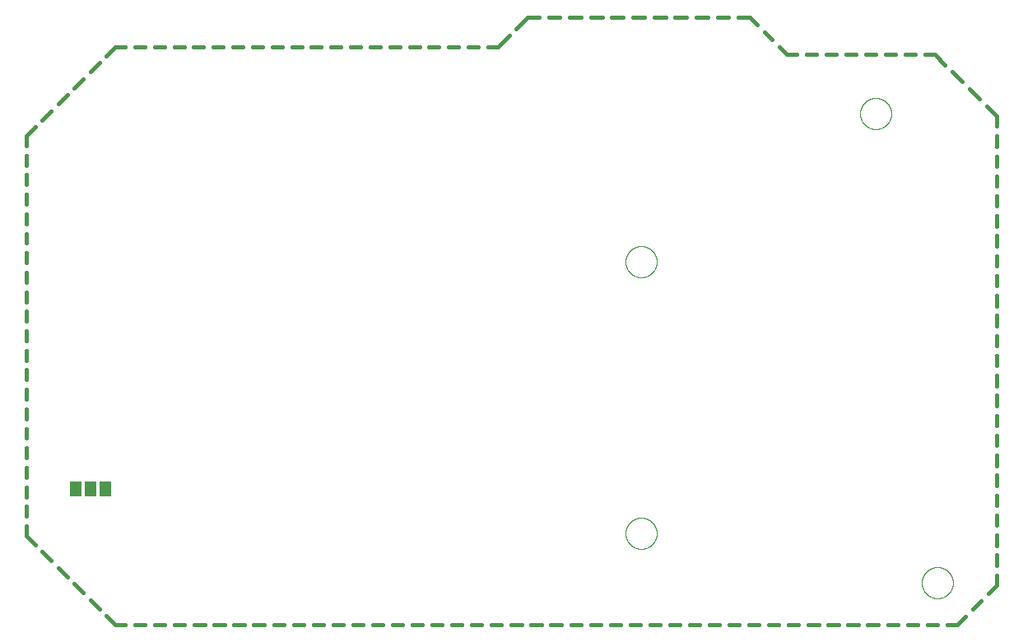
<source format=gtp>
G75*
%MOIN*%
%OFA0B0*%
%FSLAX25Y25*%
%IPPOS*%
%LPD*%
%AMOC8*
5,1,8,0,0,1.08239X$1,22.5*
%
%ADD10C,0.01600*%
%ADD11C,0.00000*%
%ADD12R,0.04600X0.06300*%
D10*
X0083669Y0064144D02*
X0087349Y0060464D01*
X0090133Y0057680D02*
X0093813Y0054000D01*
X0097898Y0054000D01*
X0101835Y0054000D02*
X0105920Y0054000D01*
X0109857Y0054000D02*
X0113941Y0054000D01*
X0117878Y0054000D02*
X0121963Y0054000D01*
X0125900Y0054000D02*
X0129985Y0054000D01*
X0133922Y0054000D02*
X0138007Y0054000D01*
X0141944Y0054000D02*
X0146029Y0054000D01*
X0149966Y0054000D02*
X0154050Y0054000D01*
X0157987Y0054000D02*
X0162072Y0054000D01*
X0166009Y0054000D02*
X0170094Y0054000D01*
X0174031Y0054000D02*
X0178116Y0054000D01*
X0182053Y0054000D02*
X0186137Y0054000D01*
X0190074Y0054000D02*
X0194159Y0054000D01*
X0198096Y0054000D02*
X0202181Y0054000D01*
X0206118Y0054000D02*
X0210203Y0054000D01*
X0214140Y0054000D02*
X0218225Y0054000D01*
X0222162Y0054000D02*
X0226246Y0054000D01*
X0230183Y0054000D02*
X0234268Y0054000D01*
X0238205Y0054000D02*
X0242290Y0054000D01*
X0246227Y0054000D02*
X0250312Y0054000D01*
X0254249Y0054000D02*
X0258334Y0054000D01*
X0262271Y0054000D02*
X0266355Y0054000D01*
X0270292Y0054000D02*
X0274377Y0054000D01*
X0278314Y0054000D02*
X0282399Y0054000D01*
X0286336Y0054000D02*
X0290421Y0054000D01*
X0294358Y0054000D02*
X0298443Y0054000D01*
X0302380Y0054000D02*
X0306464Y0054000D01*
X0310401Y0054000D02*
X0314486Y0054000D01*
X0318423Y0054000D02*
X0322508Y0054000D01*
X0326445Y0054000D02*
X0330530Y0054000D01*
X0334467Y0054000D02*
X0338552Y0054000D01*
X0342489Y0054000D02*
X0346573Y0054000D01*
X0350510Y0054000D02*
X0354595Y0054000D01*
X0358532Y0054000D02*
X0362617Y0054000D01*
X0366554Y0054000D02*
X0370639Y0054000D01*
X0374576Y0054000D02*
X0378660Y0054000D01*
X0382597Y0054000D02*
X0386682Y0054000D01*
X0390619Y0054000D02*
X0394704Y0054000D01*
X0398641Y0054000D02*
X0402726Y0054000D01*
X0406663Y0054000D02*
X0410748Y0054000D01*
X0414685Y0054000D02*
X0418769Y0054000D01*
X0422706Y0054000D02*
X0426791Y0054000D01*
X0430728Y0054000D02*
X0434813Y0054000D01*
X0438290Y0057477D01*
X0441074Y0060261D02*
X0444552Y0063739D01*
X0447336Y0066523D02*
X0450813Y0070000D01*
X0450813Y0074144D01*
X0450813Y0078081D02*
X0450813Y0082224D01*
X0450813Y0086161D02*
X0450813Y0090305D01*
X0450813Y0094242D02*
X0450813Y0098386D01*
X0450813Y0102323D02*
X0450813Y0106467D01*
X0450813Y0110404D02*
X0450813Y0114547D01*
X0450813Y0118484D02*
X0450813Y0122628D01*
X0450813Y0126565D02*
X0450813Y0130709D01*
X0450813Y0134646D02*
X0450813Y0138789D01*
X0450813Y0142726D02*
X0450813Y0146870D01*
X0450813Y0150807D02*
X0450813Y0154951D01*
X0450813Y0158888D02*
X0450813Y0163031D01*
X0450813Y0166969D02*
X0450813Y0171112D01*
X0450813Y0175049D02*
X0450813Y0179193D01*
X0450813Y0183130D02*
X0450813Y0187274D01*
X0450813Y0191211D02*
X0450813Y0195354D01*
X0450813Y0199291D02*
X0450813Y0203435D01*
X0450813Y0207372D02*
X0450813Y0211516D01*
X0450813Y0215453D02*
X0450813Y0219596D01*
X0450813Y0223533D02*
X0450813Y0227677D01*
X0450813Y0231614D02*
X0450813Y0235758D01*
X0450813Y0239695D02*
X0450813Y0243839D01*
X0450813Y0247776D02*
X0450813Y0251919D01*
X0450813Y0255856D02*
X0450813Y0260000D01*
X0446651Y0264162D01*
X0443867Y0266946D02*
X0439705Y0271108D01*
X0436921Y0273892D02*
X0432759Y0278054D01*
X0429975Y0280838D02*
X0425813Y0285000D01*
X0421758Y0285000D01*
X0417821Y0285000D02*
X0413766Y0285000D01*
X0409829Y0285000D02*
X0405774Y0285000D01*
X0401837Y0285000D02*
X0397782Y0285000D01*
X0393845Y0285000D02*
X0389789Y0285000D01*
X0385852Y0285000D02*
X0381797Y0285000D01*
X0377860Y0285000D02*
X0373805Y0285000D01*
X0369868Y0285000D02*
X0365813Y0285000D01*
X0362669Y0288144D01*
X0359885Y0290928D02*
X0356741Y0294072D01*
X0353957Y0296856D02*
X0350813Y0300000D01*
X0346210Y0300000D01*
X0342273Y0300000D02*
X0337671Y0300000D01*
X0333734Y0300000D02*
X0329131Y0300000D01*
X0325194Y0300000D02*
X0320591Y0300000D01*
X0316654Y0300000D02*
X0312051Y0300000D01*
X0308114Y0300000D02*
X0303512Y0300000D01*
X0299575Y0300000D02*
X0294972Y0300000D01*
X0291035Y0300000D02*
X0286432Y0300000D01*
X0282495Y0300000D02*
X0277892Y0300000D01*
X0273955Y0300000D02*
X0269353Y0300000D01*
X0265416Y0300000D02*
X0260813Y0300000D01*
X0256205Y0295392D01*
X0253421Y0292608D02*
X0248813Y0288000D01*
X0244803Y0288000D01*
X0240866Y0288000D02*
X0236856Y0288000D01*
X0232919Y0288000D02*
X0228909Y0288000D01*
X0224972Y0288000D02*
X0220963Y0288000D01*
X0217026Y0288000D02*
X0213016Y0288000D01*
X0209079Y0288000D02*
X0205069Y0288000D01*
X0201132Y0288000D02*
X0197122Y0288000D01*
X0193185Y0288000D02*
X0189175Y0288000D01*
X0185238Y0288000D02*
X0181228Y0288000D01*
X0177291Y0288000D02*
X0173282Y0288000D01*
X0169345Y0288000D02*
X0165335Y0288000D01*
X0161398Y0288000D02*
X0157388Y0288000D01*
X0153451Y0288000D02*
X0149441Y0288000D01*
X0145504Y0288000D02*
X0141494Y0288000D01*
X0137557Y0288000D02*
X0133547Y0288000D01*
X0129610Y0288000D02*
X0125600Y0288000D01*
X0121663Y0288000D02*
X0117654Y0288000D01*
X0113717Y0288000D02*
X0109707Y0288000D01*
X0105770Y0288000D02*
X0101760Y0288000D01*
X0097823Y0288000D02*
X0093813Y0288000D01*
X0090133Y0284320D01*
X0087349Y0281536D02*
X0083669Y0277856D01*
X0080885Y0275072D02*
X0077205Y0271392D01*
X0074421Y0268608D02*
X0070741Y0264928D01*
X0067957Y0262144D02*
X0064277Y0258464D01*
X0061493Y0255680D02*
X0057813Y0252000D01*
X0057813Y0248035D01*
X0057813Y0244098D02*
X0057813Y0240133D01*
X0057813Y0236196D02*
X0057813Y0232232D01*
X0057813Y0228295D02*
X0057813Y0224330D01*
X0057813Y0220393D02*
X0057813Y0216428D01*
X0057813Y0212491D02*
X0057813Y0208526D01*
X0057813Y0204589D02*
X0057813Y0200625D01*
X0057813Y0196688D02*
X0057813Y0192723D01*
X0057813Y0188786D02*
X0057813Y0184821D01*
X0057813Y0180884D02*
X0057813Y0176919D01*
X0057813Y0172982D02*
X0057813Y0169018D01*
X0057813Y0165081D02*
X0057813Y0161116D01*
X0057813Y0157179D02*
X0057813Y0153214D01*
X0057813Y0149277D02*
X0057813Y0145312D01*
X0057813Y0141375D02*
X0057813Y0137411D01*
X0057813Y0133474D02*
X0057813Y0129509D01*
X0057813Y0125572D02*
X0057813Y0121607D01*
X0057813Y0117670D02*
X0057813Y0113705D01*
X0057813Y0109768D02*
X0057813Y0105804D01*
X0057813Y0101867D02*
X0057813Y0097902D01*
X0057813Y0093965D02*
X0057813Y0090000D01*
X0061493Y0086320D01*
X0064277Y0083536D02*
X0067957Y0079856D01*
X0070741Y0077072D02*
X0074421Y0073392D01*
X0077205Y0070608D02*
X0080885Y0066928D01*
D11*
X0300514Y0091000D02*
X0300516Y0091158D01*
X0300522Y0091316D01*
X0300532Y0091474D01*
X0300546Y0091632D01*
X0300564Y0091789D01*
X0300585Y0091946D01*
X0300611Y0092102D01*
X0300641Y0092258D01*
X0300674Y0092413D01*
X0300712Y0092566D01*
X0300753Y0092719D01*
X0300798Y0092871D01*
X0300847Y0093022D01*
X0300900Y0093171D01*
X0300956Y0093319D01*
X0301016Y0093465D01*
X0301080Y0093610D01*
X0301148Y0093753D01*
X0301219Y0093895D01*
X0301293Y0094035D01*
X0301371Y0094172D01*
X0301453Y0094308D01*
X0301537Y0094442D01*
X0301626Y0094573D01*
X0301717Y0094702D01*
X0301812Y0094829D01*
X0301909Y0094954D01*
X0302010Y0095076D01*
X0302114Y0095195D01*
X0302221Y0095312D01*
X0302331Y0095426D01*
X0302444Y0095537D01*
X0302559Y0095646D01*
X0302677Y0095751D01*
X0302798Y0095853D01*
X0302921Y0095953D01*
X0303047Y0096049D01*
X0303175Y0096142D01*
X0303305Y0096232D01*
X0303438Y0096318D01*
X0303573Y0096402D01*
X0303709Y0096481D01*
X0303848Y0096558D01*
X0303989Y0096630D01*
X0304131Y0096700D01*
X0304275Y0096765D01*
X0304421Y0096827D01*
X0304568Y0096885D01*
X0304717Y0096940D01*
X0304867Y0096991D01*
X0305018Y0097038D01*
X0305170Y0097081D01*
X0305323Y0097120D01*
X0305478Y0097156D01*
X0305633Y0097187D01*
X0305789Y0097215D01*
X0305945Y0097239D01*
X0306102Y0097259D01*
X0306260Y0097275D01*
X0306417Y0097287D01*
X0306576Y0097295D01*
X0306734Y0097299D01*
X0306892Y0097299D01*
X0307050Y0097295D01*
X0307209Y0097287D01*
X0307366Y0097275D01*
X0307524Y0097259D01*
X0307681Y0097239D01*
X0307837Y0097215D01*
X0307993Y0097187D01*
X0308148Y0097156D01*
X0308303Y0097120D01*
X0308456Y0097081D01*
X0308608Y0097038D01*
X0308759Y0096991D01*
X0308909Y0096940D01*
X0309058Y0096885D01*
X0309205Y0096827D01*
X0309351Y0096765D01*
X0309495Y0096700D01*
X0309637Y0096630D01*
X0309778Y0096558D01*
X0309917Y0096481D01*
X0310053Y0096402D01*
X0310188Y0096318D01*
X0310321Y0096232D01*
X0310451Y0096142D01*
X0310579Y0096049D01*
X0310705Y0095953D01*
X0310828Y0095853D01*
X0310949Y0095751D01*
X0311067Y0095646D01*
X0311182Y0095537D01*
X0311295Y0095426D01*
X0311405Y0095312D01*
X0311512Y0095195D01*
X0311616Y0095076D01*
X0311717Y0094954D01*
X0311814Y0094829D01*
X0311909Y0094702D01*
X0312000Y0094573D01*
X0312089Y0094442D01*
X0312173Y0094308D01*
X0312255Y0094172D01*
X0312333Y0094035D01*
X0312407Y0093895D01*
X0312478Y0093753D01*
X0312546Y0093610D01*
X0312610Y0093465D01*
X0312670Y0093319D01*
X0312726Y0093171D01*
X0312779Y0093022D01*
X0312828Y0092871D01*
X0312873Y0092719D01*
X0312914Y0092566D01*
X0312952Y0092413D01*
X0312985Y0092258D01*
X0313015Y0092102D01*
X0313041Y0091946D01*
X0313062Y0091789D01*
X0313080Y0091632D01*
X0313094Y0091474D01*
X0313104Y0091316D01*
X0313110Y0091158D01*
X0313112Y0091000D01*
X0313110Y0090842D01*
X0313104Y0090684D01*
X0313094Y0090526D01*
X0313080Y0090368D01*
X0313062Y0090211D01*
X0313041Y0090054D01*
X0313015Y0089898D01*
X0312985Y0089742D01*
X0312952Y0089587D01*
X0312914Y0089434D01*
X0312873Y0089281D01*
X0312828Y0089129D01*
X0312779Y0088978D01*
X0312726Y0088829D01*
X0312670Y0088681D01*
X0312610Y0088535D01*
X0312546Y0088390D01*
X0312478Y0088247D01*
X0312407Y0088105D01*
X0312333Y0087965D01*
X0312255Y0087828D01*
X0312173Y0087692D01*
X0312089Y0087558D01*
X0312000Y0087427D01*
X0311909Y0087298D01*
X0311814Y0087171D01*
X0311717Y0087046D01*
X0311616Y0086924D01*
X0311512Y0086805D01*
X0311405Y0086688D01*
X0311295Y0086574D01*
X0311182Y0086463D01*
X0311067Y0086354D01*
X0310949Y0086249D01*
X0310828Y0086147D01*
X0310705Y0086047D01*
X0310579Y0085951D01*
X0310451Y0085858D01*
X0310321Y0085768D01*
X0310188Y0085682D01*
X0310053Y0085598D01*
X0309917Y0085519D01*
X0309778Y0085442D01*
X0309637Y0085370D01*
X0309495Y0085300D01*
X0309351Y0085235D01*
X0309205Y0085173D01*
X0309058Y0085115D01*
X0308909Y0085060D01*
X0308759Y0085009D01*
X0308608Y0084962D01*
X0308456Y0084919D01*
X0308303Y0084880D01*
X0308148Y0084844D01*
X0307993Y0084813D01*
X0307837Y0084785D01*
X0307681Y0084761D01*
X0307524Y0084741D01*
X0307366Y0084725D01*
X0307209Y0084713D01*
X0307050Y0084705D01*
X0306892Y0084701D01*
X0306734Y0084701D01*
X0306576Y0084705D01*
X0306417Y0084713D01*
X0306260Y0084725D01*
X0306102Y0084741D01*
X0305945Y0084761D01*
X0305789Y0084785D01*
X0305633Y0084813D01*
X0305478Y0084844D01*
X0305323Y0084880D01*
X0305170Y0084919D01*
X0305018Y0084962D01*
X0304867Y0085009D01*
X0304717Y0085060D01*
X0304568Y0085115D01*
X0304421Y0085173D01*
X0304275Y0085235D01*
X0304131Y0085300D01*
X0303989Y0085370D01*
X0303848Y0085442D01*
X0303709Y0085519D01*
X0303573Y0085598D01*
X0303438Y0085682D01*
X0303305Y0085768D01*
X0303175Y0085858D01*
X0303047Y0085951D01*
X0302921Y0086047D01*
X0302798Y0086147D01*
X0302677Y0086249D01*
X0302559Y0086354D01*
X0302444Y0086463D01*
X0302331Y0086574D01*
X0302221Y0086688D01*
X0302114Y0086805D01*
X0302010Y0086924D01*
X0301909Y0087046D01*
X0301812Y0087171D01*
X0301717Y0087298D01*
X0301626Y0087427D01*
X0301537Y0087558D01*
X0301453Y0087692D01*
X0301371Y0087828D01*
X0301293Y0087965D01*
X0301219Y0088105D01*
X0301148Y0088247D01*
X0301080Y0088390D01*
X0301016Y0088535D01*
X0300956Y0088681D01*
X0300900Y0088829D01*
X0300847Y0088978D01*
X0300798Y0089129D01*
X0300753Y0089281D01*
X0300712Y0089434D01*
X0300674Y0089587D01*
X0300641Y0089742D01*
X0300611Y0089898D01*
X0300585Y0090054D01*
X0300564Y0090211D01*
X0300546Y0090368D01*
X0300532Y0090526D01*
X0300522Y0090684D01*
X0300516Y0090842D01*
X0300514Y0091000D01*
X0420514Y0071000D02*
X0420516Y0071158D01*
X0420522Y0071316D01*
X0420532Y0071474D01*
X0420546Y0071632D01*
X0420564Y0071789D01*
X0420585Y0071946D01*
X0420611Y0072102D01*
X0420641Y0072258D01*
X0420674Y0072413D01*
X0420712Y0072566D01*
X0420753Y0072719D01*
X0420798Y0072871D01*
X0420847Y0073022D01*
X0420900Y0073171D01*
X0420956Y0073319D01*
X0421016Y0073465D01*
X0421080Y0073610D01*
X0421148Y0073753D01*
X0421219Y0073895D01*
X0421293Y0074035D01*
X0421371Y0074172D01*
X0421453Y0074308D01*
X0421537Y0074442D01*
X0421626Y0074573D01*
X0421717Y0074702D01*
X0421812Y0074829D01*
X0421909Y0074954D01*
X0422010Y0075076D01*
X0422114Y0075195D01*
X0422221Y0075312D01*
X0422331Y0075426D01*
X0422444Y0075537D01*
X0422559Y0075646D01*
X0422677Y0075751D01*
X0422798Y0075853D01*
X0422921Y0075953D01*
X0423047Y0076049D01*
X0423175Y0076142D01*
X0423305Y0076232D01*
X0423438Y0076318D01*
X0423573Y0076402D01*
X0423709Y0076481D01*
X0423848Y0076558D01*
X0423989Y0076630D01*
X0424131Y0076700D01*
X0424275Y0076765D01*
X0424421Y0076827D01*
X0424568Y0076885D01*
X0424717Y0076940D01*
X0424867Y0076991D01*
X0425018Y0077038D01*
X0425170Y0077081D01*
X0425323Y0077120D01*
X0425478Y0077156D01*
X0425633Y0077187D01*
X0425789Y0077215D01*
X0425945Y0077239D01*
X0426102Y0077259D01*
X0426260Y0077275D01*
X0426417Y0077287D01*
X0426576Y0077295D01*
X0426734Y0077299D01*
X0426892Y0077299D01*
X0427050Y0077295D01*
X0427209Y0077287D01*
X0427366Y0077275D01*
X0427524Y0077259D01*
X0427681Y0077239D01*
X0427837Y0077215D01*
X0427993Y0077187D01*
X0428148Y0077156D01*
X0428303Y0077120D01*
X0428456Y0077081D01*
X0428608Y0077038D01*
X0428759Y0076991D01*
X0428909Y0076940D01*
X0429058Y0076885D01*
X0429205Y0076827D01*
X0429351Y0076765D01*
X0429495Y0076700D01*
X0429637Y0076630D01*
X0429778Y0076558D01*
X0429917Y0076481D01*
X0430053Y0076402D01*
X0430188Y0076318D01*
X0430321Y0076232D01*
X0430451Y0076142D01*
X0430579Y0076049D01*
X0430705Y0075953D01*
X0430828Y0075853D01*
X0430949Y0075751D01*
X0431067Y0075646D01*
X0431182Y0075537D01*
X0431295Y0075426D01*
X0431405Y0075312D01*
X0431512Y0075195D01*
X0431616Y0075076D01*
X0431717Y0074954D01*
X0431814Y0074829D01*
X0431909Y0074702D01*
X0432000Y0074573D01*
X0432089Y0074442D01*
X0432173Y0074308D01*
X0432255Y0074172D01*
X0432333Y0074035D01*
X0432407Y0073895D01*
X0432478Y0073753D01*
X0432546Y0073610D01*
X0432610Y0073465D01*
X0432670Y0073319D01*
X0432726Y0073171D01*
X0432779Y0073022D01*
X0432828Y0072871D01*
X0432873Y0072719D01*
X0432914Y0072566D01*
X0432952Y0072413D01*
X0432985Y0072258D01*
X0433015Y0072102D01*
X0433041Y0071946D01*
X0433062Y0071789D01*
X0433080Y0071632D01*
X0433094Y0071474D01*
X0433104Y0071316D01*
X0433110Y0071158D01*
X0433112Y0071000D01*
X0433110Y0070842D01*
X0433104Y0070684D01*
X0433094Y0070526D01*
X0433080Y0070368D01*
X0433062Y0070211D01*
X0433041Y0070054D01*
X0433015Y0069898D01*
X0432985Y0069742D01*
X0432952Y0069587D01*
X0432914Y0069434D01*
X0432873Y0069281D01*
X0432828Y0069129D01*
X0432779Y0068978D01*
X0432726Y0068829D01*
X0432670Y0068681D01*
X0432610Y0068535D01*
X0432546Y0068390D01*
X0432478Y0068247D01*
X0432407Y0068105D01*
X0432333Y0067965D01*
X0432255Y0067828D01*
X0432173Y0067692D01*
X0432089Y0067558D01*
X0432000Y0067427D01*
X0431909Y0067298D01*
X0431814Y0067171D01*
X0431717Y0067046D01*
X0431616Y0066924D01*
X0431512Y0066805D01*
X0431405Y0066688D01*
X0431295Y0066574D01*
X0431182Y0066463D01*
X0431067Y0066354D01*
X0430949Y0066249D01*
X0430828Y0066147D01*
X0430705Y0066047D01*
X0430579Y0065951D01*
X0430451Y0065858D01*
X0430321Y0065768D01*
X0430188Y0065682D01*
X0430053Y0065598D01*
X0429917Y0065519D01*
X0429778Y0065442D01*
X0429637Y0065370D01*
X0429495Y0065300D01*
X0429351Y0065235D01*
X0429205Y0065173D01*
X0429058Y0065115D01*
X0428909Y0065060D01*
X0428759Y0065009D01*
X0428608Y0064962D01*
X0428456Y0064919D01*
X0428303Y0064880D01*
X0428148Y0064844D01*
X0427993Y0064813D01*
X0427837Y0064785D01*
X0427681Y0064761D01*
X0427524Y0064741D01*
X0427366Y0064725D01*
X0427209Y0064713D01*
X0427050Y0064705D01*
X0426892Y0064701D01*
X0426734Y0064701D01*
X0426576Y0064705D01*
X0426417Y0064713D01*
X0426260Y0064725D01*
X0426102Y0064741D01*
X0425945Y0064761D01*
X0425789Y0064785D01*
X0425633Y0064813D01*
X0425478Y0064844D01*
X0425323Y0064880D01*
X0425170Y0064919D01*
X0425018Y0064962D01*
X0424867Y0065009D01*
X0424717Y0065060D01*
X0424568Y0065115D01*
X0424421Y0065173D01*
X0424275Y0065235D01*
X0424131Y0065300D01*
X0423989Y0065370D01*
X0423848Y0065442D01*
X0423709Y0065519D01*
X0423573Y0065598D01*
X0423438Y0065682D01*
X0423305Y0065768D01*
X0423175Y0065858D01*
X0423047Y0065951D01*
X0422921Y0066047D01*
X0422798Y0066147D01*
X0422677Y0066249D01*
X0422559Y0066354D01*
X0422444Y0066463D01*
X0422331Y0066574D01*
X0422221Y0066688D01*
X0422114Y0066805D01*
X0422010Y0066924D01*
X0421909Y0067046D01*
X0421812Y0067171D01*
X0421717Y0067298D01*
X0421626Y0067427D01*
X0421537Y0067558D01*
X0421453Y0067692D01*
X0421371Y0067828D01*
X0421293Y0067965D01*
X0421219Y0068105D01*
X0421148Y0068247D01*
X0421080Y0068390D01*
X0421016Y0068535D01*
X0420956Y0068681D01*
X0420900Y0068829D01*
X0420847Y0068978D01*
X0420798Y0069129D01*
X0420753Y0069281D01*
X0420712Y0069434D01*
X0420674Y0069587D01*
X0420641Y0069742D01*
X0420611Y0069898D01*
X0420585Y0070054D01*
X0420564Y0070211D01*
X0420546Y0070368D01*
X0420532Y0070526D01*
X0420522Y0070684D01*
X0420516Y0070842D01*
X0420514Y0071000D01*
X0300514Y0201000D02*
X0300516Y0201158D01*
X0300522Y0201316D01*
X0300532Y0201474D01*
X0300546Y0201632D01*
X0300564Y0201789D01*
X0300585Y0201946D01*
X0300611Y0202102D01*
X0300641Y0202258D01*
X0300674Y0202413D01*
X0300712Y0202566D01*
X0300753Y0202719D01*
X0300798Y0202871D01*
X0300847Y0203022D01*
X0300900Y0203171D01*
X0300956Y0203319D01*
X0301016Y0203465D01*
X0301080Y0203610D01*
X0301148Y0203753D01*
X0301219Y0203895D01*
X0301293Y0204035D01*
X0301371Y0204172D01*
X0301453Y0204308D01*
X0301537Y0204442D01*
X0301626Y0204573D01*
X0301717Y0204702D01*
X0301812Y0204829D01*
X0301909Y0204954D01*
X0302010Y0205076D01*
X0302114Y0205195D01*
X0302221Y0205312D01*
X0302331Y0205426D01*
X0302444Y0205537D01*
X0302559Y0205646D01*
X0302677Y0205751D01*
X0302798Y0205853D01*
X0302921Y0205953D01*
X0303047Y0206049D01*
X0303175Y0206142D01*
X0303305Y0206232D01*
X0303438Y0206318D01*
X0303573Y0206402D01*
X0303709Y0206481D01*
X0303848Y0206558D01*
X0303989Y0206630D01*
X0304131Y0206700D01*
X0304275Y0206765D01*
X0304421Y0206827D01*
X0304568Y0206885D01*
X0304717Y0206940D01*
X0304867Y0206991D01*
X0305018Y0207038D01*
X0305170Y0207081D01*
X0305323Y0207120D01*
X0305478Y0207156D01*
X0305633Y0207187D01*
X0305789Y0207215D01*
X0305945Y0207239D01*
X0306102Y0207259D01*
X0306260Y0207275D01*
X0306417Y0207287D01*
X0306576Y0207295D01*
X0306734Y0207299D01*
X0306892Y0207299D01*
X0307050Y0207295D01*
X0307209Y0207287D01*
X0307366Y0207275D01*
X0307524Y0207259D01*
X0307681Y0207239D01*
X0307837Y0207215D01*
X0307993Y0207187D01*
X0308148Y0207156D01*
X0308303Y0207120D01*
X0308456Y0207081D01*
X0308608Y0207038D01*
X0308759Y0206991D01*
X0308909Y0206940D01*
X0309058Y0206885D01*
X0309205Y0206827D01*
X0309351Y0206765D01*
X0309495Y0206700D01*
X0309637Y0206630D01*
X0309778Y0206558D01*
X0309917Y0206481D01*
X0310053Y0206402D01*
X0310188Y0206318D01*
X0310321Y0206232D01*
X0310451Y0206142D01*
X0310579Y0206049D01*
X0310705Y0205953D01*
X0310828Y0205853D01*
X0310949Y0205751D01*
X0311067Y0205646D01*
X0311182Y0205537D01*
X0311295Y0205426D01*
X0311405Y0205312D01*
X0311512Y0205195D01*
X0311616Y0205076D01*
X0311717Y0204954D01*
X0311814Y0204829D01*
X0311909Y0204702D01*
X0312000Y0204573D01*
X0312089Y0204442D01*
X0312173Y0204308D01*
X0312255Y0204172D01*
X0312333Y0204035D01*
X0312407Y0203895D01*
X0312478Y0203753D01*
X0312546Y0203610D01*
X0312610Y0203465D01*
X0312670Y0203319D01*
X0312726Y0203171D01*
X0312779Y0203022D01*
X0312828Y0202871D01*
X0312873Y0202719D01*
X0312914Y0202566D01*
X0312952Y0202413D01*
X0312985Y0202258D01*
X0313015Y0202102D01*
X0313041Y0201946D01*
X0313062Y0201789D01*
X0313080Y0201632D01*
X0313094Y0201474D01*
X0313104Y0201316D01*
X0313110Y0201158D01*
X0313112Y0201000D01*
X0313110Y0200842D01*
X0313104Y0200684D01*
X0313094Y0200526D01*
X0313080Y0200368D01*
X0313062Y0200211D01*
X0313041Y0200054D01*
X0313015Y0199898D01*
X0312985Y0199742D01*
X0312952Y0199587D01*
X0312914Y0199434D01*
X0312873Y0199281D01*
X0312828Y0199129D01*
X0312779Y0198978D01*
X0312726Y0198829D01*
X0312670Y0198681D01*
X0312610Y0198535D01*
X0312546Y0198390D01*
X0312478Y0198247D01*
X0312407Y0198105D01*
X0312333Y0197965D01*
X0312255Y0197828D01*
X0312173Y0197692D01*
X0312089Y0197558D01*
X0312000Y0197427D01*
X0311909Y0197298D01*
X0311814Y0197171D01*
X0311717Y0197046D01*
X0311616Y0196924D01*
X0311512Y0196805D01*
X0311405Y0196688D01*
X0311295Y0196574D01*
X0311182Y0196463D01*
X0311067Y0196354D01*
X0310949Y0196249D01*
X0310828Y0196147D01*
X0310705Y0196047D01*
X0310579Y0195951D01*
X0310451Y0195858D01*
X0310321Y0195768D01*
X0310188Y0195682D01*
X0310053Y0195598D01*
X0309917Y0195519D01*
X0309778Y0195442D01*
X0309637Y0195370D01*
X0309495Y0195300D01*
X0309351Y0195235D01*
X0309205Y0195173D01*
X0309058Y0195115D01*
X0308909Y0195060D01*
X0308759Y0195009D01*
X0308608Y0194962D01*
X0308456Y0194919D01*
X0308303Y0194880D01*
X0308148Y0194844D01*
X0307993Y0194813D01*
X0307837Y0194785D01*
X0307681Y0194761D01*
X0307524Y0194741D01*
X0307366Y0194725D01*
X0307209Y0194713D01*
X0307050Y0194705D01*
X0306892Y0194701D01*
X0306734Y0194701D01*
X0306576Y0194705D01*
X0306417Y0194713D01*
X0306260Y0194725D01*
X0306102Y0194741D01*
X0305945Y0194761D01*
X0305789Y0194785D01*
X0305633Y0194813D01*
X0305478Y0194844D01*
X0305323Y0194880D01*
X0305170Y0194919D01*
X0305018Y0194962D01*
X0304867Y0195009D01*
X0304717Y0195060D01*
X0304568Y0195115D01*
X0304421Y0195173D01*
X0304275Y0195235D01*
X0304131Y0195300D01*
X0303989Y0195370D01*
X0303848Y0195442D01*
X0303709Y0195519D01*
X0303573Y0195598D01*
X0303438Y0195682D01*
X0303305Y0195768D01*
X0303175Y0195858D01*
X0303047Y0195951D01*
X0302921Y0196047D01*
X0302798Y0196147D01*
X0302677Y0196249D01*
X0302559Y0196354D01*
X0302444Y0196463D01*
X0302331Y0196574D01*
X0302221Y0196688D01*
X0302114Y0196805D01*
X0302010Y0196924D01*
X0301909Y0197046D01*
X0301812Y0197171D01*
X0301717Y0197298D01*
X0301626Y0197427D01*
X0301537Y0197558D01*
X0301453Y0197692D01*
X0301371Y0197828D01*
X0301293Y0197965D01*
X0301219Y0198105D01*
X0301148Y0198247D01*
X0301080Y0198390D01*
X0301016Y0198535D01*
X0300956Y0198681D01*
X0300900Y0198829D01*
X0300847Y0198978D01*
X0300798Y0199129D01*
X0300753Y0199281D01*
X0300712Y0199434D01*
X0300674Y0199587D01*
X0300641Y0199742D01*
X0300611Y0199898D01*
X0300585Y0200054D01*
X0300564Y0200211D01*
X0300546Y0200368D01*
X0300532Y0200526D01*
X0300522Y0200684D01*
X0300516Y0200842D01*
X0300514Y0201000D01*
X0395514Y0261000D02*
X0395516Y0261158D01*
X0395522Y0261316D01*
X0395532Y0261474D01*
X0395546Y0261632D01*
X0395564Y0261789D01*
X0395585Y0261946D01*
X0395611Y0262102D01*
X0395641Y0262258D01*
X0395674Y0262413D01*
X0395712Y0262566D01*
X0395753Y0262719D01*
X0395798Y0262871D01*
X0395847Y0263022D01*
X0395900Y0263171D01*
X0395956Y0263319D01*
X0396016Y0263465D01*
X0396080Y0263610D01*
X0396148Y0263753D01*
X0396219Y0263895D01*
X0396293Y0264035D01*
X0396371Y0264172D01*
X0396453Y0264308D01*
X0396537Y0264442D01*
X0396626Y0264573D01*
X0396717Y0264702D01*
X0396812Y0264829D01*
X0396909Y0264954D01*
X0397010Y0265076D01*
X0397114Y0265195D01*
X0397221Y0265312D01*
X0397331Y0265426D01*
X0397444Y0265537D01*
X0397559Y0265646D01*
X0397677Y0265751D01*
X0397798Y0265853D01*
X0397921Y0265953D01*
X0398047Y0266049D01*
X0398175Y0266142D01*
X0398305Y0266232D01*
X0398438Y0266318D01*
X0398573Y0266402D01*
X0398709Y0266481D01*
X0398848Y0266558D01*
X0398989Y0266630D01*
X0399131Y0266700D01*
X0399275Y0266765D01*
X0399421Y0266827D01*
X0399568Y0266885D01*
X0399717Y0266940D01*
X0399867Y0266991D01*
X0400018Y0267038D01*
X0400170Y0267081D01*
X0400323Y0267120D01*
X0400478Y0267156D01*
X0400633Y0267187D01*
X0400789Y0267215D01*
X0400945Y0267239D01*
X0401102Y0267259D01*
X0401260Y0267275D01*
X0401417Y0267287D01*
X0401576Y0267295D01*
X0401734Y0267299D01*
X0401892Y0267299D01*
X0402050Y0267295D01*
X0402209Y0267287D01*
X0402366Y0267275D01*
X0402524Y0267259D01*
X0402681Y0267239D01*
X0402837Y0267215D01*
X0402993Y0267187D01*
X0403148Y0267156D01*
X0403303Y0267120D01*
X0403456Y0267081D01*
X0403608Y0267038D01*
X0403759Y0266991D01*
X0403909Y0266940D01*
X0404058Y0266885D01*
X0404205Y0266827D01*
X0404351Y0266765D01*
X0404495Y0266700D01*
X0404637Y0266630D01*
X0404778Y0266558D01*
X0404917Y0266481D01*
X0405053Y0266402D01*
X0405188Y0266318D01*
X0405321Y0266232D01*
X0405451Y0266142D01*
X0405579Y0266049D01*
X0405705Y0265953D01*
X0405828Y0265853D01*
X0405949Y0265751D01*
X0406067Y0265646D01*
X0406182Y0265537D01*
X0406295Y0265426D01*
X0406405Y0265312D01*
X0406512Y0265195D01*
X0406616Y0265076D01*
X0406717Y0264954D01*
X0406814Y0264829D01*
X0406909Y0264702D01*
X0407000Y0264573D01*
X0407089Y0264442D01*
X0407173Y0264308D01*
X0407255Y0264172D01*
X0407333Y0264035D01*
X0407407Y0263895D01*
X0407478Y0263753D01*
X0407546Y0263610D01*
X0407610Y0263465D01*
X0407670Y0263319D01*
X0407726Y0263171D01*
X0407779Y0263022D01*
X0407828Y0262871D01*
X0407873Y0262719D01*
X0407914Y0262566D01*
X0407952Y0262413D01*
X0407985Y0262258D01*
X0408015Y0262102D01*
X0408041Y0261946D01*
X0408062Y0261789D01*
X0408080Y0261632D01*
X0408094Y0261474D01*
X0408104Y0261316D01*
X0408110Y0261158D01*
X0408112Y0261000D01*
X0408110Y0260842D01*
X0408104Y0260684D01*
X0408094Y0260526D01*
X0408080Y0260368D01*
X0408062Y0260211D01*
X0408041Y0260054D01*
X0408015Y0259898D01*
X0407985Y0259742D01*
X0407952Y0259587D01*
X0407914Y0259434D01*
X0407873Y0259281D01*
X0407828Y0259129D01*
X0407779Y0258978D01*
X0407726Y0258829D01*
X0407670Y0258681D01*
X0407610Y0258535D01*
X0407546Y0258390D01*
X0407478Y0258247D01*
X0407407Y0258105D01*
X0407333Y0257965D01*
X0407255Y0257828D01*
X0407173Y0257692D01*
X0407089Y0257558D01*
X0407000Y0257427D01*
X0406909Y0257298D01*
X0406814Y0257171D01*
X0406717Y0257046D01*
X0406616Y0256924D01*
X0406512Y0256805D01*
X0406405Y0256688D01*
X0406295Y0256574D01*
X0406182Y0256463D01*
X0406067Y0256354D01*
X0405949Y0256249D01*
X0405828Y0256147D01*
X0405705Y0256047D01*
X0405579Y0255951D01*
X0405451Y0255858D01*
X0405321Y0255768D01*
X0405188Y0255682D01*
X0405053Y0255598D01*
X0404917Y0255519D01*
X0404778Y0255442D01*
X0404637Y0255370D01*
X0404495Y0255300D01*
X0404351Y0255235D01*
X0404205Y0255173D01*
X0404058Y0255115D01*
X0403909Y0255060D01*
X0403759Y0255009D01*
X0403608Y0254962D01*
X0403456Y0254919D01*
X0403303Y0254880D01*
X0403148Y0254844D01*
X0402993Y0254813D01*
X0402837Y0254785D01*
X0402681Y0254761D01*
X0402524Y0254741D01*
X0402366Y0254725D01*
X0402209Y0254713D01*
X0402050Y0254705D01*
X0401892Y0254701D01*
X0401734Y0254701D01*
X0401576Y0254705D01*
X0401417Y0254713D01*
X0401260Y0254725D01*
X0401102Y0254741D01*
X0400945Y0254761D01*
X0400789Y0254785D01*
X0400633Y0254813D01*
X0400478Y0254844D01*
X0400323Y0254880D01*
X0400170Y0254919D01*
X0400018Y0254962D01*
X0399867Y0255009D01*
X0399717Y0255060D01*
X0399568Y0255115D01*
X0399421Y0255173D01*
X0399275Y0255235D01*
X0399131Y0255300D01*
X0398989Y0255370D01*
X0398848Y0255442D01*
X0398709Y0255519D01*
X0398573Y0255598D01*
X0398438Y0255682D01*
X0398305Y0255768D01*
X0398175Y0255858D01*
X0398047Y0255951D01*
X0397921Y0256047D01*
X0397798Y0256147D01*
X0397677Y0256249D01*
X0397559Y0256354D01*
X0397444Y0256463D01*
X0397331Y0256574D01*
X0397221Y0256688D01*
X0397114Y0256805D01*
X0397010Y0256924D01*
X0396909Y0257046D01*
X0396812Y0257171D01*
X0396717Y0257298D01*
X0396626Y0257427D01*
X0396537Y0257558D01*
X0396453Y0257692D01*
X0396371Y0257828D01*
X0396293Y0257965D01*
X0396219Y0258105D01*
X0396148Y0258247D01*
X0396080Y0258390D01*
X0396016Y0258535D01*
X0395956Y0258681D01*
X0395900Y0258829D01*
X0395847Y0258978D01*
X0395798Y0259129D01*
X0395753Y0259281D01*
X0395712Y0259434D01*
X0395674Y0259587D01*
X0395641Y0259742D01*
X0395611Y0259898D01*
X0395585Y0260054D01*
X0395564Y0260211D01*
X0395546Y0260368D01*
X0395532Y0260526D01*
X0395522Y0260684D01*
X0395516Y0260842D01*
X0395514Y0261000D01*
D12*
X0089813Y0109000D03*
X0083813Y0109000D03*
X0077813Y0109000D03*
M02*

</source>
